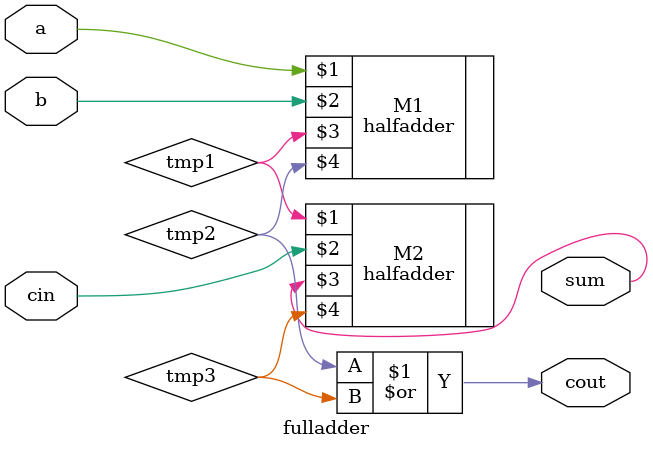
<source format=v>


module fulladder(a,b,cin, sum,cout);
	input a;
	input b;
	input cin;
	output sum;
	output cout;
	wire tmp1, tmp2,tmp3;
	assign cout = tmp2 | tmp3;
	halfadder M1(a,b,tmp1,tmp2);  //tmp1 will take the value of a+b and tmp2 will take the value of the carry out from (a+b)
	halfadder M2(tmp1,cin, sum,tmp3); 
endmodule


</source>
